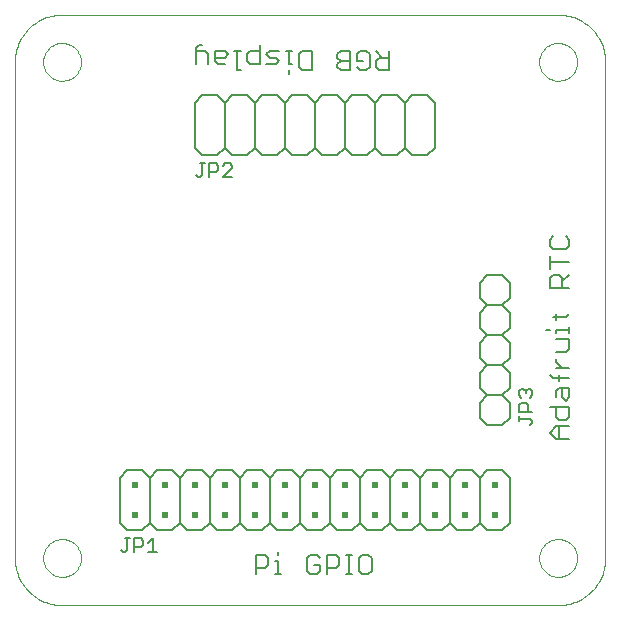
<source format=gto>
G75*
%MOIN*%
%OFA0B0*%
%FSLAX24Y24*%
%IPPOS*%
%LPD*%
%AMOC8*
5,1,8,0,0,1.08239X$1,22.5*
%
%ADD10C,0.0060*%
%ADD11R,0.0200X0.0200*%
%ADD12C,0.0050*%
%ADD13C,0.0000*%
D10*
X009112Y006166D02*
X009112Y007666D01*
X009362Y007916D01*
X009862Y007916D01*
X010112Y007666D01*
X010112Y006166D01*
X010362Y005916D01*
X010862Y005916D01*
X011112Y006166D01*
X011112Y007666D01*
X011362Y007916D01*
X011862Y007916D01*
X012112Y007666D01*
X012112Y006166D01*
X011862Y005916D01*
X011362Y005916D01*
X011112Y006166D01*
X012112Y006166D02*
X012362Y005916D01*
X012862Y005916D01*
X013112Y006166D01*
X013112Y007666D01*
X013362Y007916D01*
X013862Y007916D01*
X014112Y007666D01*
X014112Y006166D01*
X013862Y005916D01*
X013362Y005916D01*
X013112Y006166D01*
X014112Y006166D02*
X014362Y005916D01*
X014862Y005916D01*
X015112Y006166D01*
X015112Y007666D01*
X015362Y007916D01*
X015862Y007916D01*
X016112Y007666D01*
X016112Y006166D01*
X015862Y005916D01*
X015362Y005916D01*
X015112Y006166D01*
X016112Y006166D02*
X016362Y005916D01*
X016862Y005916D01*
X017112Y006166D01*
X017112Y007666D01*
X017362Y007916D01*
X017862Y007916D01*
X018112Y007666D01*
X018112Y006166D01*
X017862Y005916D01*
X017362Y005916D01*
X017112Y006166D01*
X018112Y006166D02*
X018362Y005916D01*
X018862Y005916D01*
X019112Y006166D01*
X019112Y007666D01*
X019362Y007916D01*
X019862Y007916D01*
X020112Y007666D01*
X020112Y006166D01*
X019862Y005916D01*
X019362Y005916D01*
X019112Y006166D01*
X020112Y006166D02*
X020362Y005916D01*
X020862Y005916D01*
X021112Y006166D01*
X021362Y005916D01*
X021862Y005916D01*
X022112Y006166D01*
X022112Y007666D01*
X021862Y007916D01*
X021362Y007916D01*
X021112Y007666D01*
X021112Y006166D01*
X021112Y007666D02*
X020862Y007916D01*
X020362Y007916D01*
X020112Y007666D01*
X019112Y007666D02*
X018862Y007916D01*
X018362Y007916D01*
X018112Y007666D01*
X017112Y007666D02*
X016862Y007916D01*
X016362Y007916D01*
X016112Y007666D01*
X015112Y007666D02*
X014862Y007916D01*
X014362Y007916D01*
X014112Y007666D01*
X013112Y007666D02*
X012862Y007916D01*
X012362Y007916D01*
X012112Y007666D01*
X011112Y007666D02*
X010862Y007916D01*
X010362Y007916D01*
X010112Y007666D01*
X010112Y006166D02*
X009862Y005916D01*
X009362Y005916D01*
X009112Y006166D01*
X013642Y005086D02*
X013642Y004446D01*
X013642Y004659D02*
X013962Y004659D01*
X014069Y004766D01*
X014069Y004979D01*
X013962Y005086D01*
X013642Y005086D01*
X014286Y004873D02*
X014393Y004873D01*
X014393Y004446D01*
X014286Y004446D02*
X014500Y004446D01*
X014393Y005086D02*
X014393Y005193D01*
X015361Y004979D02*
X015361Y004552D01*
X015467Y004446D01*
X015681Y004446D01*
X015788Y004552D01*
X015788Y004766D01*
X015574Y004766D01*
X015361Y004979D02*
X015467Y005086D01*
X015681Y005086D01*
X015788Y004979D01*
X016005Y005086D02*
X016325Y005086D01*
X016432Y004979D01*
X016432Y004766D01*
X016325Y004659D01*
X016005Y004659D01*
X016005Y004446D02*
X016005Y005086D01*
X016650Y005086D02*
X016863Y005086D01*
X016756Y005086D02*
X016756Y004446D01*
X016650Y004446D02*
X016863Y004446D01*
X017079Y004552D02*
X017186Y004446D01*
X017400Y004446D01*
X017506Y004552D01*
X017506Y004979D01*
X017400Y005086D01*
X017186Y005086D01*
X017079Y004979D01*
X017079Y004552D01*
X021362Y009416D02*
X021112Y009666D01*
X021112Y010166D01*
X021362Y010416D01*
X021112Y010666D01*
X021112Y011166D01*
X021362Y011416D01*
X021862Y011416D01*
X022112Y011166D01*
X022112Y010666D01*
X021862Y010416D01*
X022112Y010166D01*
X022112Y009666D01*
X021862Y009416D01*
X021362Y009416D01*
X021362Y010416D02*
X021862Y010416D01*
X021862Y011416D02*
X022112Y011666D01*
X022112Y012166D01*
X021862Y012416D01*
X022112Y012666D01*
X022112Y013166D01*
X021862Y013416D01*
X022112Y013666D01*
X022112Y014166D01*
X021862Y014416D01*
X021362Y014416D01*
X021112Y014166D01*
X021112Y013666D01*
X021362Y013416D01*
X021862Y013416D01*
X021362Y013416D02*
X021112Y013166D01*
X021112Y012666D01*
X021362Y012416D01*
X021862Y012416D01*
X021362Y012416D02*
X021112Y012166D01*
X021112Y011666D01*
X021362Y011416D01*
X023441Y011093D02*
X023548Y010986D01*
X024082Y010986D01*
X024082Y010662D02*
X023762Y010662D01*
X023655Y010555D01*
X023655Y010341D01*
X023868Y010341D02*
X023975Y010235D01*
X024082Y010341D01*
X024082Y010662D01*
X023868Y010662D02*
X023868Y010341D01*
X023655Y010017D02*
X023655Y009697D01*
X023762Y009590D01*
X023975Y009590D01*
X024082Y009697D01*
X024082Y010017D01*
X023441Y010017D01*
X023655Y009373D02*
X024082Y009373D01*
X023762Y009373D02*
X023762Y008946D01*
X023655Y008946D02*
X023441Y009159D01*
X023655Y009373D01*
X023655Y008946D02*
X024082Y008946D01*
X023762Y010879D02*
X023762Y011093D01*
X023868Y011309D02*
X023655Y011522D01*
X023655Y011629D01*
X023655Y011846D02*
X023975Y011846D01*
X024082Y011953D01*
X024082Y012273D01*
X023655Y012273D01*
X023655Y012491D02*
X023655Y012597D01*
X024082Y012597D01*
X024082Y012491D02*
X024082Y012704D01*
X023975Y013027D02*
X024082Y013134D01*
X023975Y013027D02*
X023548Y013027D01*
X023655Y012920D02*
X023655Y013134D01*
X023441Y012597D02*
X023335Y012597D01*
X023655Y011309D02*
X024082Y011309D01*
X024082Y013995D02*
X023441Y013995D01*
X023441Y014315D01*
X023548Y014422D01*
X023762Y014422D01*
X023868Y014315D01*
X023868Y013995D01*
X023868Y014208D02*
X024082Y014422D01*
X024082Y014853D02*
X023441Y014853D01*
X023441Y015066D02*
X023441Y014639D01*
X023548Y015284D02*
X023441Y015390D01*
X023441Y015604D01*
X023548Y015711D01*
X023975Y015711D02*
X024082Y015604D01*
X024082Y015390D01*
X023975Y015284D01*
X023548Y015284D01*
X019612Y018666D02*
X019612Y020166D01*
X019362Y020416D01*
X018862Y020416D01*
X018612Y020166D01*
X018612Y018666D01*
X018862Y018416D01*
X019362Y018416D01*
X019612Y018666D01*
X018612Y018666D02*
X018362Y018416D01*
X017862Y018416D01*
X017612Y018666D01*
X017612Y020166D01*
X017862Y020416D01*
X018362Y020416D01*
X018612Y020166D01*
X017612Y020166D02*
X017362Y020416D01*
X016862Y020416D01*
X016612Y020166D01*
X016612Y018666D01*
X016862Y018416D01*
X017362Y018416D01*
X017612Y018666D01*
X016612Y018666D02*
X016362Y018416D01*
X015862Y018416D01*
X015612Y018666D01*
X015612Y020166D01*
X015862Y020416D01*
X016362Y020416D01*
X016612Y020166D01*
X015612Y020166D02*
X015362Y020416D01*
X014862Y020416D01*
X014612Y020166D01*
X014612Y018666D01*
X014862Y018416D01*
X015362Y018416D01*
X015612Y018666D01*
X014612Y018666D02*
X014362Y018416D01*
X013862Y018416D01*
X013612Y018666D01*
X013612Y020166D01*
X013862Y020416D01*
X014362Y020416D01*
X014612Y020166D01*
X013612Y020166D02*
X013362Y020416D01*
X012862Y020416D01*
X012612Y020166D01*
X012612Y018666D01*
X012862Y018416D01*
X013362Y018416D01*
X013612Y018666D01*
X012612Y018666D02*
X012362Y018416D01*
X011862Y018416D01*
X011612Y018666D01*
X011612Y020166D01*
X011862Y020416D01*
X012362Y020416D01*
X012612Y020166D01*
X013034Y021245D02*
X013034Y021886D01*
X013140Y021886D02*
X012927Y021886D01*
X012711Y021779D02*
X012604Y021672D01*
X012284Y021672D01*
X012284Y021565D02*
X012284Y021886D01*
X012604Y021886D01*
X012711Y021779D01*
X012604Y021459D02*
X012390Y021459D01*
X012284Y021565D01*
X012066Y021459D02*
X012066Y021779D01*
X011959Y021886D01*
X011639Y021886D01*
X011639Y021992D02*
X011746Y022099D01*
X011852Y022099D01*
X011639Y021992D02*
X011639Y021459D01*
X013034Y021245D02*
X013140Y021245D01*
X013358Y021565D02*
X013358Y021779D01*
X013465Y021886D01*
X013785Y021886D01*
X013785Y022099D02*
X013785Y021459D01*
X013465Y021459D01*
X013358Y021565D01*
X014002Y021459D02*
X014323Y021459D01*
X014429Y021565D01*
X014323Y021672D01*
X014109Y021672D01*
X014002Y021779D01*
X014109Y021886D01*
X014429Y021886D01*
X014646Y021886D02*
X014859Y021886D01*
X014752Y021886D02*
X014752Y021459D01*
X014859Y021459D01*
X014752Y021245D02*
X014752Y021138D01*
X015077Y021352D02*
X015077Y021779D01*
X015183Y021886D01*
X015504Y021886D01*
X015504Y021245D01*
X015183Y021245D01*
X015077Y021352D01*
X016366Y021352D02*
X016472Y021245D01*
X016793Y021245D01*
X016793Y021886D01*
X016472Y021886D01*
X016366Y021779D01*
X016366Y021672D01*
X016472Y021565D01*
X016793Y021565D01*
X017010Y021565D02*
X017224Y021565D01*
X017010Y021565D02*
X017010Y021779D01*
X017117Y021886D01*
X017331Y021886D01*
X017437Y021779D01*
X017437Y021352D01*
X017331Y021245D01*
X017117Y021245D01*
X017010Y021352D01*
X016472Y021565D02*
X016366Y021459D01*
X016366Y021352D01*
X017655Y021352D02*
X017762Y021245D01*
X018082Y021245D01*
X018082Y021886D01*
X018082Y021672D02*
X017762Y021672D01*
X017655Y021565D01*
X017655Y021352D01*
X017868Y021672D02*
X017655Y021886D01*
D11*
X017612Y007416D03*
X016612Y007416D03*
X015612Y007416D03*
X014612Y007416D03*
X013612Y007416D03*
X012612Y007416D03*
X011612Y007416D03*
X010612Y007416D03*
X009612Y007416D03*
X009612Y006416D03*
X010612Y006416D03*
X011612Y006416D03*
X012612Y006416D03*
X013612Y006416D03*
X014612Y006416D03*
X015612Y006416D03*
X016612Y006416D03*
X017612Y006416D03*
X018612Y006416D03*
X019612Y006416D03*
X019612Y007416D03*
X018612Y007416D03*
X020612Y007416D03*
X021612Y007416D03*
X021612Y006416D03*
X020612Y006416D03*
D12*
X022792Y009411D02*
X022867Y009486D01*
X022867Y009561D01*
X022792Y009636D01*
X022416Y009636D01*
X022416Y009561D02*
X022416Y009711D01*
X022416Y009871D02*
X022416Y010096D01*
X022491Y010171D01*
X022642Y010171D01*
X022717Y010096D01*
X022717Y009871D01*
X022867Y009871D02*
X022416Y009871D01*
X022491Y010331D02*
X022416Y010406D01*
X022416Y010557D01*
X022491Y010632D01*
X022567Y010632D01*
X022642Y010557D01*
X022717Y010632D01*
X022792Y010632D01*
X022867Y010557D01*
X022867Y010406D01*
X022792Y010331D01*
X022642Y010482D02*
X022642Y010557D01*
X012858Y017691D02*
X012558Y017691D01*
X012858Y017991D01*
X012858Y018066D01*
X012783Y018141D01*
X012633Y018141D01*
X012558Y018066D01*
X012397Y018066D02*
X012397Y017916D01*
X012322Y017841D01*
X012097Y017841D01*
X012097Y017691D02*
X012097Y018141D01*
X012322Y018141D01*
X012397Y018066D01*
X011937Y018141D02*
X011787Y018141D01*
X011862Y018141D02*
X011862Y017766D01*
X011787Y017691D01*
X011712Y017691D01*
X011637Y017766D01*
X010208Y005641D02*
X010058Y005491D01*
X009897Y005566D02*
X009897Y005416D01*
X009822Y005341D01*
X009597Y005341D01*
X009597Y005191D02*
X009597Y005641D01*
X009822Y005641D01*
X009897Y005566D01*
X010208Y005641D02*
X010208Y005191D01*
X010058Y005191D02*
X010358Y005191D01*
X009362Y005266D02*
X009362Y005641D01*
X009287Y005641D02*
X009437Y005641D01*
X009362Y005266D02*
X009287Y005191D01*
X009212Y005191D01*
X009137Y005266D01*
D13*
X005612Y004990D02*
X005612Y021526D01*
X006557Y021526D02*
X006559Y021576D01*
X006565Y021626D01*
X006575Y021675D01*
X006589Y021723D01*
X006606Y021770D01*
X006627Y021815D01*
X006652Y021859D01*
X006680Y021900D01*
X006712Y021939D01*
X006746Y021976D01*
X006783Y022010D01*
X006823Y022040D01*
X006865Y022067D01*
X006909Y022091D01*
X006955Y022112D01*
X007002Y022128D01*
X007050Y022141D01*
X007100Y022150D01*
X007149Y022155D01*
X007200Y022156D01*
X007250Y022153D01*
X007299Y022146D01*
X007348Y022135D01*
X007396Y022120D01*
X007442Y022102D01*
X007487Y022080D01*
X007530Y022054D01*
X007571Y022025D01*
X007610Y021993D01*
X007646Y021958D01*
X007678Y021920D01*
X007708Y021880D01*
X007735Y021837D01*
X007758Y021793D01*
X007777Y021747D01*
X007793Y021699D01*
X007805Y021650D01*
X007813Y021601D01*
X007817Y021551D01*
X007817Y021501D01*
X007813Y021451D01*
X007805Y021402D01*
X007793Y021353D01*
X007777Y021305D01*
X007758Y021259D01*
X007735Y021215D01*
X007708Y021172D01*
X007678Y021132D01*
X007646Y021094D01*
X007610Y021059D01*
X007571Y021027D01*
X007530Y020998D01*
X007487Y020972D01*
X007442Y020950D01*
X007396Y020932D01*
X007348Y020917D01*
X007299Y020906D01*
X007250Y020899D01*
X007200Y020896D01*
X007149Y020897D01*
X007100Y020902D01*
X007050Y020911D01*
X007002Y020924D01*
X006955Y020940D01*
X006909Y020961D01*
X006865Y020985D01*
X006823Y021012D01*
X006783Y021042D01*
X006746Y021076D01*
X006712Y021113D01*
X006680Y021152D01*
X006652Y021193D01*
X006627Y021237D01*
X006606Y021282D01*
X006589Y021329D01*
X006575Y021377D01*
X006565Y021426D01*
X006559Y021476D01*
X006557Y021526D01*
X005612Y021526D02*
X005614Y021603D01*
X005620Y021680D01*
X005629Y021757D01*
X005642Y021833D01*
X005659Y021909D01*
X005680Y021983D01*
X005704Y022057D01*
X005732Y022129D01*
X005763Y022199D01*
X005798Y022268D01*
X005836Y022336D01*
X005877Y022401D01*
X005922Y022464D01*
X005970Y022525D01*
X006020Y022584D01*
X006073Y022640D01*
X006129Y022693D01*
X006188Y022743D01*
X006249Y022791D01*
X006312Y022836D01*
X006377Y022877D01*
X006445Y022915D01*
X006514Y022950D01*
X006584Y022981D01*
X006656Y023009D01*
X006730Y023033D01*
X006804Y023054D01*
X006880Y023071D01*
X006956Y023084D01*
X007033Y023093D01*
X007110Y023099D01*
X007187Y023101D01*
X023722Y023101D01*
X023092Y021526D02*
X023094Y021576D01*
X023100Y021626D01*
X023110Y021675D01*
X023124Y021723D01*
X023141Y021770D01*
X023162Y021815D01*
X023187Y021859D01*
X023215Y021900D01*
X023247Y021939D01*
X023281Y021976D01*
X023318Y022010D01*
X023358Y022040D01*
X023400Y022067D01*
X023444Y022091D01*
X023490Y022112D01*
X023537Y022128D01*
X023585Y022141D01*
X023635Y022150D01*
X023684Y022155D01*
X023735Y022156D01*
X023785Y022153D01*
X023834Y022146D01*
X023883Y022135D01*
X023931Y022120D01*
X023977Y022102D01*
X024022Y022080D01*
X024065Y022054D01*
X024106Y022025D01*
X024145Y021993D01*
X024181Y021958D01*
X024213Y021920D01*
X024243Y021880D01*
X024270Y021837D01*
X024293Y021793D01*
X024312Y021747D01*
X024328Y021699D01*
X024340Y021650D01*
X024348Y021601D01*
X024352Y021551D01*
X024352Y021501D01*
X024348Y021451D01*
X024340Y021402D01*
X024328Y021353D01*
X024312Y021305D01*
X024293Y021259D01*
X024270Y021215D01*
X024243Y021172D01*
X024213Y021132D01*
X024181Y021094D01*
X024145Y021059D01*
X024106Y021027D01*
X024065Y020998D01*
X024022Y020972D01*
X023977Y020950D01*
X023931Y020932D01*
X023883Y020917D01*
X023834Y020906D01*
X023785Y020899D01*
X023735Y020896D01*
X023684Y020897D01*
X023635Y020902D01*
X023585Y020911D01*
X023537Y020924D01*
X023490Y020940D01*
X023444Y020961D01*
X023400Y020985D01*
X023358Y021012D01*
X023318Y021042D01*
X023281Y021076D01*
X023247Y021113D01*
X023215Y021152D01*
X023187Y021193D01*
X023162Y021237D01*
X023141Y021282D01*
X023124Y021329D01*
X023110Y021377D01*
X023100Y021426D01*
X023094Y021476D01*
X023092Y021526D01*
X023722Y023101D02*
X023799Y023099D01*
X023876Y023093D01*
X023953Y023084D01*
X024029Y023071D01*
X024105Y023054D01*
X024179Y023033D01*
X024253Y023009D01*
X024325Y022981D01*
X024395Y022950D01*
X024464Y022915D01*
X024532Y022877D01*
X024597Y022836D01*
X024660Y022791D01*
X024721Y022743D01*
X024780Y022693D01*
X024836Y022640D01*
X024889Y022584D01*
X024939Y022525D01*
X024987Y022464D01*
X025032Y022401D01*
X025073Y022336D01*
X025111Y022268D01*
X025146Y022199D01*
X025177Y022129D01*
X025205Y022057D01*
X025229Y021983D01*
X025250Y021909D01*
X025267Y021833D01*
X025280Y021757D01*
X025289Y021680D01*
X025295Y021603D01*
X025297Y021526D01*
X025297Y004990D01*
X023092Y004990D02*
X023094Y005040D01*
X023100Y005090D01*
X023110Y005139D01*
X023124Y005187D01*
X023141Y005234D01*
X023162Y005279D01*
X023187Y005323D01*
X023215Y005364D01*
X023247Y005403D01*
X023281Y005440D01*
X023318Y005474D01*
X023358Y005504D01*
X023400Y005531D01*
X023444Y005555D01*
X023490Y005576D01*
X023537Y005592D01*
X023585Y005605D01*
X023635Y005614D01*
X023684Y005619D01*
X023735Y005620D01*
X023785Y005617D01*
X023834Y005610D01*
X023883Y005599D01*
X023931Y005584D01*
X023977Y005566D01*
X024022Y005544D01*
X024065Y005518D01*
X024106Y005489D01*
X024145Y005457D01*
X024181Y005422D01*
X024213Y005384D01*
X024243Y005344D01*
X024270Y005301D01*
X024293Y005257D01*
X024312Y005211D01*
X024328Y005163D01*
X024340Y005114D01*
X024348Y005065D01*
X024352Y005015D01*
X024352Y004965D01*
X024348Y004915D01*
X024340Y004866D01*
X024328Y004817D01*
X024312Y004769D01*
X024293Y004723D01*
X024270Y004679D01*
X024243Y004636D01*
X024213Y004596D01*
X024181Y004558D01*
X024145Y004523D01*
X024106Y004491D01*
X024065Y004462D01*
X024022Y004436D01*
X023977Y004414D01*
X023931Y004396D01*
X023883Y004381D01*
X023834Y004370D01*
X023785Y004363D01*
X023735Y004360D01*
X023684Y004361D01*
X023635Y004366D01*
X023585Y004375D01*
X023537Y004388D01*
X023490Y004404D01*
X023444Y004425D01*
X023400Y004449D01*
X023358Y004476D01*
X023318Y004506D01*
X023281Y004540D01*
X023247Y004577D01*
X023215Y004616D01*
X023187Y004657D01*
X023162Y004701D01*
X023141Y004746D01*
X023124Y004793D01*
X023110Y004841D01*
X023100Y004890D01*
X023094Y004940D01*
X023092Y004990D01*
X023722Y003415D02*
X023799Y003417D01*
X023876Y003423D01*
X023953Y003432D01*
X024029Y003445D01*
X024105Y003462D01*
X024179Y003483D01*
X024253Y003507D01*
X024325Y003535D01*
X024395Y003566D01*
X024464Y003601D01*
X024532Y003639D01*
X024597Y003680D01*
X024660Y003725D01*
X024721Y003773D01*
X024780Y003823D01*
X024836Y003876D01*
X024889Y003932D01*
X024939Y003991D01*
X024987Y004052D01*
X025032Y004115D01*
X025073Y004180D01*
X025111Y004248D01*
X025146Y004317D01*
X025177Y004387D01*
X025205Y004459D01*
X025229Y004533D01*
X025250Y004607D01*
X025267Y004683D01*
X025280Y004759D01*
X025289Y004836D01*
X025295Y004913D01*
X025297Y004990D01*
X023722Y003416D02*
X007187Y003416D01*
X006557Y004990D02*
X006559Y005040D01*
X006565Y005090D01*
X006575Y005139D01*
X006589Y005187D01*
X006606Y005234D01*
X006627Y005279D01*
X006652Y005323D01*
X006680Y005364D01*
X006712Y005403D01*
X006746Y005440D01*
X006783Y005474D01*
X006823Y005504D01*
X006865Y005531D01*
X006909Y005555D01*
X006955Y005576D01*
X007002Y005592D01*
X007050Y005605D01*
X007100Y005614D01*
X007149Y005619D01*
X007200Y005620D01*
X007250Y005617D01*
X007299Y005610D01*
X007348Y005599D01*
X007396Y005584D01*
X007442Y005566D01*
X007487Y005544D01*
X007530Y005518D01*
X007571Y005489D01*
X007610Y005457D01*
X007646Y005422D01*
X007678Y005384D01*
X007708Y005344D01*
X007735Y005301D01*
X007758Y005257D01*
X007777Y005211D01*
X007793Y005163D01*
X007805Y005114D01*
X007813Y005065D01*
X007817Y005015D01*
X007817Y004965D01*
X007813Y004915D01*
X007805Y004866D01*
X007793Y004817D01*
X007777Y004769D01*
X007758Y004723D01*
X007735Y004679D01*
X007708Y004636D01*
X007678Y004596D01*
X007646Y004558D01*
X007610Y004523D01*
X007571Y004491D01*
X007530Y004462D01*
X007487Y004436D01*
X007442Y004414D01*
X007396Y004396D01*
X007348Y004381D01*
X007299Y004370D01*
X007250Y004363D01*
X007200Y004360D01*
X007149Y004361D01*
X007100Y004366D01*
X007050Y004375D01*
X007002Y004388D01*
X006955Y004404D01*
X006909Y004425D01*
X006865Y004449D01*
X006823Y004476D01*
X006783Y004506D01*
X006746Y004540D01*
X006712Y004577D01*
X006680Y004616D01*
X006652Y004657D01*
X006627Y004701D01*
X006606Y004746D01*
X006589Y004793D01*
X006575Y004841D01*
X006565Y004890D01*
X006559Y004940D01*
X006557Y004990D01*
X005612Y004990D02*
X005614Y004913D01*
X005620Y004836D01*
X005629Y004759D01*
X005642Y004683D01*
X005659Y004607D01*
X005680Y004533D01*
X005704Y004459D01*
X005732Y004387D01*
X005763Y004317D01*
X005798Y004248D01*
X005836Y004180D01*
X005877Y004115D01*
X005922Y004052D01*
X005970Y003991D01*
X006020Y003932D01*
X006073Y003876D01*
X006129Y003823D01*
X006188Y003773D01*
X006249Y003725D01*
X006312Y003680D01*
X006377Y003639D01*
X006445Y003601D01*
X006514Y003566D01*
X006584Y003535D01*
X006656Y003507D01*
X006730Y003483D01*
X006804Y003462D01*
X006880Y003445D01*
X006956Y003432D01*
X007033Y003423D01*
X007110Y003417D01*
X007187Y003415D01*
M02*

</source>
